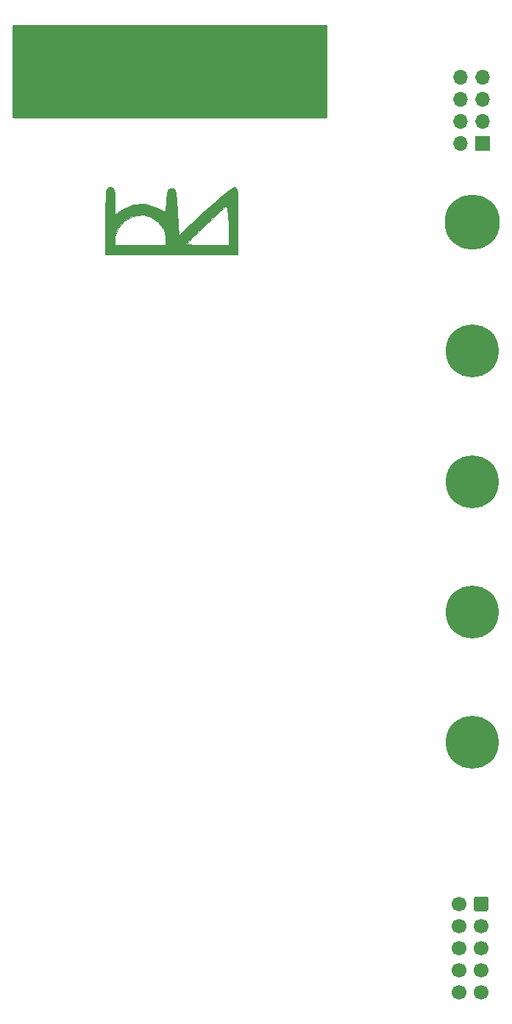
<source format=gbr>
%TF.GenerationSoftware,KiCad,Pcbnew,(5.1.12-1-10_14)*%
%TF.CreationDate,2021-12-28T18:18:38+00:00*%
%TF.ProjectId,pocket-operator-eurorack,706f636b-6574-42d6-9f70-657261746f72,rev?*%
%TF.SameCoordinates,Original*%
%TF.FileFunction,Soldermask,Top*%
%TF.FilePolarity,Negative*%
%FSLAX46Y46*%
G04 Gerber Fmt 4.6, Leading zero omitted, Abs format (unit mm)*
G04 Created by KiCad (PCBNEW (5.1.12-1-10_14)) date 2021-12-28 18:18:38*
%MOMM*%
%LPD*%
G01*
G04 APERTURE LIST*
%ADD10C,0.010000*%
%ADD11C,1.700000*%
%ADD12O,1.700000X1.700000*%
%ADD13R,1.700000X1.700000*%
%ADD14C,6.350000*%
%ADD15C,6.100000*%
%ADD16C,0.254000*%
%ADD17C,0.100000*%
G04 APERTURE END LIST*
D10*
%TO.C,G\u002A\u002A\u002A*%
G36*
X39046279Y-20647663D02*
G01*
X39163888Y-20881816D01*
X39239875Y-21366843D01*
X39282742Y-22180283D01*
X39300993Y-23399677D01*
X39303685Y-24463685D01*
X39303685Y-28340527D01*
X24063685Y-28340527D01*
X24063685Y-26528439D01*
X25133158Y-26528439D01*
X25133158Y-27271053D01*
X31015263Y-27271053D01*
X31015263Y-27167248D01*
X33421579Y-27167248D01*
X33669050Y-27212964D01*
X34331924Y-27248407D01*
X35290889Y-27268430D01*
X35827895Y-27271053D01*
X38234211Y-27271053D01*
X38234211Y-24976141D01*
X38207403Y-23917451D01*
X38134687Y-23153492D01*
X38027623Y-22786296D01*
X37984296Y-22770351D01*
X37714346Y-22976283D01*
X37170855Y-23461095D01*
X36447713Y-24134310D01*
X35638807Y-24905452D01*
X34838028Y-25684043D01*
X34139264Y-26379607D01*
X33636404Y-26901668D01*
X33423337Y-27159747D01*
X33421579Y-27167248D01*
X31015263Y-27167248D01*
X31015263Y-26362961D01*
X30776558Y-25491403D01*
X30161109Y-24677439D01*
X29319913Y-24064868D01*
X28403970Y-23797487D01*
X28318998Y-23795264D01*
X27156926Y-24007216D01*
X26161646Y-24576332D01*
X25449845Y-25402506D01*
X25138212Y-26385628D01*
X25133158Y-26528439D01*
X24063685Y-26528439D01*
X24063685Y-24463685D01*
X24067409Y-22952139D01*
X24086008Y-21894545D01*
X24130624Y-21210131D01*
X24212397Y-20818126D01*
X24342468Y-20637757D01*
X24531978Y-20588253D01*
X24598421Y-20586843D01*
X24895761Y-20644733D01*
X25057159Y-20899544D01*
X25122730Y-21472984D01*
X25133158Y-22209259D01*
X25133158Y-23831676D01*
X25947783Y-23251612D01*
X27226955Y-22641076D01*
X28581134Y-22536155D01*
X29912148Y-22944347D01*
X29919686Y-22948265D01*
X30988107Y-23505158D01*
X31068527Y-22112842D01*
X31145865Y-21286142D01*
X31291476Y-20866643D01*
X31561651Y-20726945D01*
X31683685Y-20720527D01*
X31927319Y-20762425D01*
X32092208Y-20951588D01*
X32201636Y-21383220D01*
X32278886Y-22152527D01*
X32347242Y-23354712D01*
X32352106Y-23453657D01*
X32485790Y-26186788D01*
X35469597Y-23386815D01*
X36533061Y-22413858D01*
X37486721Y-21587813D01*
X38252394Y-20972894D01*
X38751900Y-20633319D01*
X38878544Y-20586843D01*
X39046279Y-20647663D01*
G37*
X39046279Y-20647663D02*
X39163888Y-20881816D01*
X39239875Y-21366843D01*
X39282742Y-22180283D01*
X39300993Y-23399677D01*
X39303685Y-24463685D01*
X39303685Y-28340527D01*
X24063685Y-28340527D01*
X24063685Y-26528439D01*
X25133158Y-26528439D01*
X25133158Y-27271053D01*
X31015263Y-27271053D01*
X31015263Y-27167248D01*
X33421579Y-27167248D01*
X33669050Y-27212964D01*
X34331924Y-27248407D01*
X35290889Y-27268430D01*
X35827895Y-27271053D01*
X38234211Y-27271053D01*
X38234211Y-24976141D01*
X38207403Y-23917451D01*
X38134687Y-23153492D01*
X38027623Y-22786296D01*
X37984296Y-22770351D01*
X37714346Y-22976283D01*
X37170855Y-23461095D01*
X36447713Y-24134310D01*
X35638807Y-24905452D01*
X34838028Y-25684043D01*
X34139264Y-26379607D01*
X33636404Y-26901668D01*
X33423337Y-27159747D01*
X33421579Y-27167248D01*
X31015263Y-27167248D01*
X31015263Y-26362961D01*
X30776558Y-25491403D01*
X30161109Y-24677439D01*
X29319913Y-24064868D01*
X28403970Y-23797487D01*
X28318998Y-23795264D01*
X27156926Y-24007216D01*
X26161646Y-24576332D01*
X25449845Y-25402506D01*
X25138212Y-26385628D01*
X25133158Y-26528439D01*
X24063685Y-26528439D01*
X24063685Y-24463685D01*
X24067409Y-22952139D01*
X24086008Y-21894545D01*
X24130624Y-21210131D01*
X24212397Y-20818126D01*
X24342468Y-20637757D01*
X24531978Y-20588253D01*
X24598421Y-20586843D01*
X24895761Y-20644733D01*
X25057159Y-20899544D01*
X25122730Y-21472984D01*
X25133158Y-22209259D01*
X25133158Y-23831676D01*
X25947783Y-23251612D01*
X27226955Y-22641076D01*
X28581134Y-22536155D01*
X29912148Y-22944347D01*
X29919686Y-22948265D01*
X30988107Y-23505158D01*
X31068527Y-22112842D01*
X31145865Y-21286142D01*
X31291476Y-20866643D01*
X31561651Y-20726945D01*
X31683685Y-20720527D01*
X31927319Y-20762425D01*
X32092208Y-20951588D01*
X32201636Y-21383220D01*
X32278886Y-22152527D01*
X32347242Y-23354712D01*
X32352106Y-23453657D01*
X32485790Y-26186788D01*
X35469597Y-23386815D01*
X36533061Y-22413858D01*
X37486721Y-21587813D01*
X38252394Y-20972894D01*
X38751900Y-20633319D01*
X38878544Y-20586843D01*
X39046279Y-20647663D01*
%TD*%
D11*
%TO.C,J1*%
X64770000Y-113284000D03*
X64770000Y-110744000D03*
X64770000Y-108204000D03*
X64770000Y-105664000D03*
X64770000Y-103124000D03*
X67310000Y-113284000D03*
X67310000Y-110744000D03*
X67310000Y-108204000D03*
X67310000Y-105664000D03*
G36*
G01*
X68160000Y-102524000D02*
X68160000Y-103724000D01*
G75*
G02*
X67910000Y-103974000I-250000J0D01*
G01*
X66710000Y-103974000D01*
G75*
G02*
X66460000Y-103724000I0J250000D01*
G01*
X66460000Y-102524000D01*
G75*
G02*
X66710000Y-102274000I250000J0D01*
G01*
X67910000Y-102274000D01*
G75*
G02*
X68160000Y-102524000I0J-250000D01*
G01*
G37*
%TD*%
D12*
%TO.C,J2*%
X64970000Y-7980000D03*
X67510000Y-7980000D03*
X64970000Y-10520000D03*
X67510000Y-10520000D03*
X64970000Y-13060000D03*
X67510000Y-13060000D03*
X64970000Y-15600000D03*
D13*
X67510000Y-15600000D03*
%TD*%
D14*
%TO.C,J3*%
X66294000Y-24638000D03*
%TD*%
D15*
%TO.C,J4*%
X66294000Y-39500000D03*
%TD*%
%TO.C,J5*%
X66294000Y-54500000D03*
%TD*%
%TO.C,J14*%
X66294000Y-69500000D03*
%TD*%
%TO.C,J15*%
X66294000Y-84500000D03*
%TD*%
D16*
X49403000Y-12573000D02*
X13462000Y-12573000D01*
X13462000Y-2032000D01*
X49403000Y-2032000D01*
X49403000Y-12573000D01*
D17*
G36*
X49403000Y-12573000D02*
G01*
X13462000Y-12573000D01*
X13462000Y-2032000D01*
X49403000Y-2032000D01*
X49403000Y-12573000D01*
G37*
M02*

</source>
